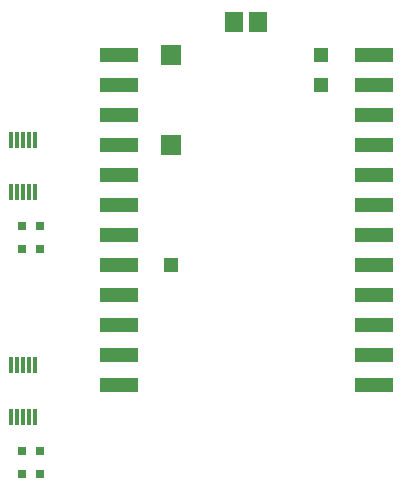
<source format=gtp>
G04 #@! TF.FileFunction,Paste,Top*
%FSLAX46Y46*%
G04 Gerber Fmt 4.6, Leading zero omitted, Abs format (unit mm)*
G04 Created by KiCad (PCBNEW 4.0.4-stable) date Sunday, November 27, 2016 'PMt' 03:20:47 PM*
%MOMM*%
%LPD*%
G01*
G04 APERTURE LIST*
%ADD10C,0.100000*%
%ADD11R,3.175000X1.270000*%
%ADD12R,1.778000X1.778000*%
%ADD13R,1.143000X1.143000*%
%ADD14R,1.524000X1.778000*%
%ADD15R,0.800000X0.750000*%
%ADD16R,0.300000X1.450000*%
G04 APERTURE END LIST*
D10*
D11*
X23495000Y45720000D03*
X23495000Y43180000D03*
X23495000Y40640000D03*
X23495000Y38100000D03*
X23495000Y35560000D03*
X23495000Y33020000D03*
X23495000Y30480000D03*
X23495000Y27940000D03*
X23495000Y25400000D03*
X23495000Y22860000D03*
X23495000Y20320000D03*
X23495000Y17780000D03*
X45085000Y17780000D03*
X45085000Y20320000D03*
X45085000Y22860000D03*
X45085000Y25400000D03*
X45085000Y27940000D03*
X45085000Y30480000D03*
X45085000Y33020000D03*
X45085000Y35560000D03*
X45085000Y38100000D03*
X45085000Y40640000D03*
X45085000Y43180000D03*
X45085000Y45720000D03*
D12*
X27940000Y45720000D03*
X27940000Y38100000D03*
D13*
X27940000Y27940000D03*
X40640000Y43180000D03*
X40640000Y45720000D03*
D14*
X35306000Y48514000D03*
X33274000Y48514000D03*
D15*
X15280000Y29335000D03*
X16780000Y29335000D03*
X15280000Y10285000D03*
X16780000Y10285000D03*
X15280000Y31240000D03*
X16780000Y31240000D03*
X15280000Y12190000D03*
X16780000Y12190000D03*
D16*
X16395000Y34120000D03*
X16395000Y38520000D03*
X15895000Y34120000D03*
X15895000Y38520000D03*
X15395000Y34120000D03*
X15395000Y38520000D03*
X14895000Y34120000D03*
X14895000Y38520000D03*
X14395000Y34120000D03*
X14395000Y38520000D03*
X16395000Y15070000D03*
X16395000Y19470000D03*
X15895000Y15070000D03*
X15895000Y19470000D03*
X15395000Y15070000D03*
X15395000Y19470000D03*
X14895000Y15070000D03*
X14895000Y19470000D03*
X14395000Y15070000D03*
X14395000Y19470000D03*
M02*

</source>
